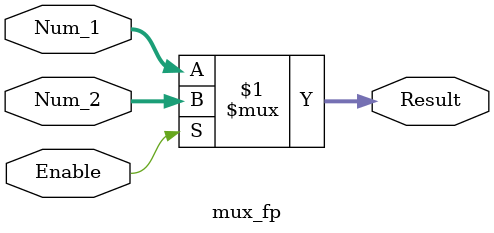
<source format=v>
module mux_fp
(
    input  [31:0]   Num_1, Num_2,
    input           Enable,
    output [31:0]   Result
);

assign Result = (Enable)? Num_2 : Num_1;
    
endmodule //mux_fp



</source>
